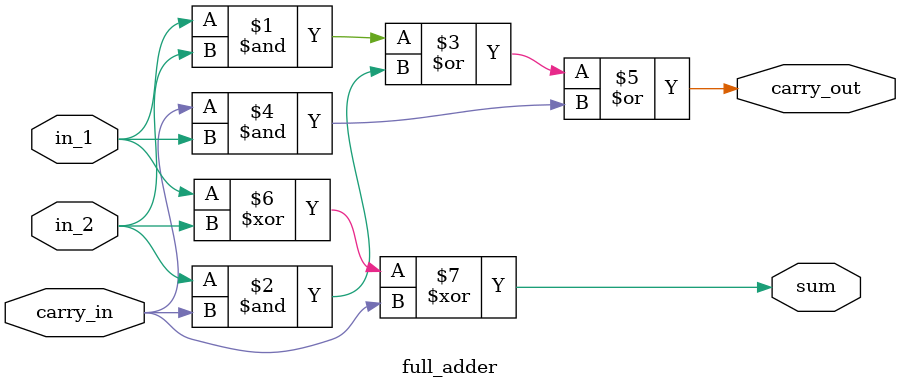
<source format=v>
/* full adder using data flow assignment */

module full_adder(input in_1, input in_2, input carry_in, output carry_out, output sum);
    assign carry_out = (in_1&in_2)|(in_2&carry_in)|(carry_in&in_1);
    assign sum = in_1^in_2^carry_in; 
endmodule
</source>
